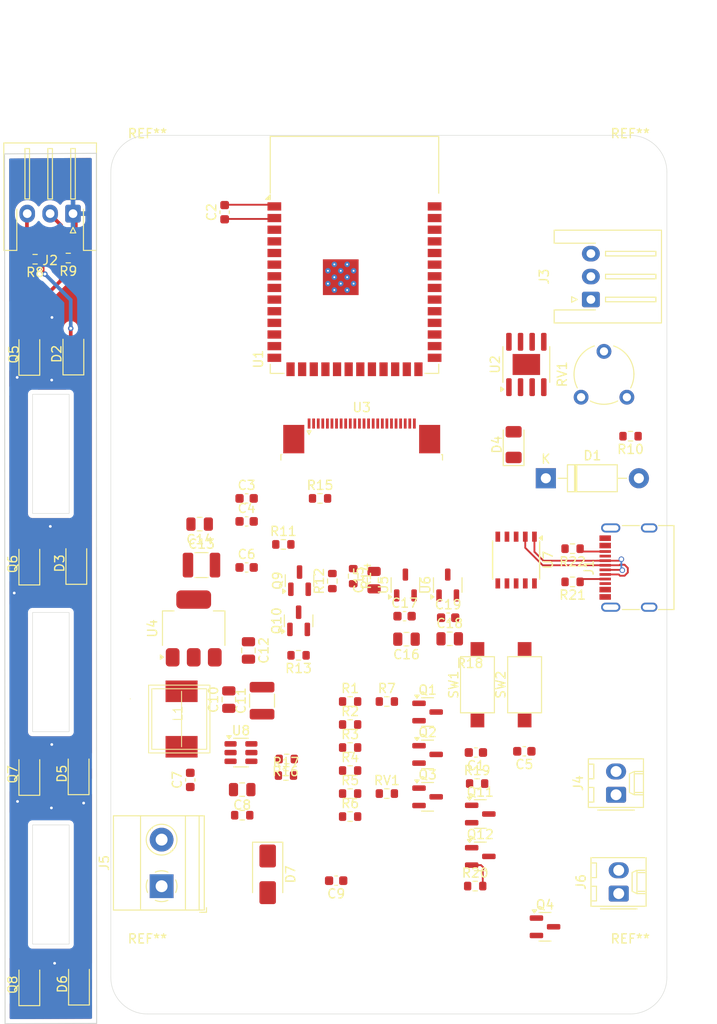
<source format=kicad_pcb>
(kicad_pcb (version 20240108) (generator "pcbnew") (generator_version "8.0")
  (layers (0 "F.Cu" signal) (31 "B.Cu" signal) (34 "B.Paste" user) (35 "F.Paste" user) (36 "B.SilkS" user "B.Silkscreen") (37 "F.SilkS" user "F.Silkscreen") (38 "B.Mask" user) (39 "F.Mask" user) (44 "Edge.Cuts" user))
  (net 0 "")
  (net 1 "GND")
  (net 2 "Net-(U7-V3)")
  (net 3 "+12V")
  (net 4 "Net-(D1-A)")
  (net 5 "+5V")
  (net 6 "Net-(D7-A)")
  (net 7 "D-")
  (net 8 "Net-(J1-CC1)")
  (net 10 "D+")
  (net 12 "Net-(J1-CC2)")
  (net 13 "Net-(Q1-B)")
  (net 14 "Net-(Q2-B)")
  (net 15 "Net-(J6-Pin_2)")
  (net 16 "Net-(Q3-B)")
  (net 17 "Net-(Q3-E)")
  (net 18 "Net-(Q3-C)")
  (net 19 "Net-(Q10-B)")
  (net 20 "Net-(Q10-C)")
  (net 21 "Net-(Q11-E)")
  (net 22 "Net-(Q11-B)")
  (net 23 "/MAIN MODULE/RESET")
  (net 24 "Net-(Q12-B)")
  (net 25 "/MAIN MODULE/BOOT")
  (net 26 "Net-(Q12-E)")
  (net 28 "/MAIN MODULE/CAM_PIN_VSYNC")
  (net 30 "/MAIN MODULE/CAM_PIN_SIOC")
  (net 32 "/MAIN MODULE/CAM_PIN_D6")
  (net 34 "/MAIN MODULE/BUZZER_CTRL")
  (net 37 "/MAIN MODULE/CAM_PIN_D5")
  (net 38 "/MAIN MODULE/CAM_PIN_XCLK")
  (net 39 "/MAIN MODULE/CAM_PIN_D0")
  (net 42 "/MAIN MODULE/CAM_PIN_D4")
  (net 43 "/MAIN MODULE/CAM_PIN_D7")
  (net 44 "/MAIN MODULE/CAM_PIN_D1")
  (net 46 "/MAIN MODULE/CAM_PIN_SIOD")
  (net 47 "+3V3")
  (net 48 "/MAIN MODULE/SER_EN")
  (net 51 "/MAIN MODULE/CAM_PIN_HREF")
  (net 53 "/MAIN MODULE/CAM_PIN_D2")
  (net 56 "/MAIN MODULE/CAM_PIN_D3")
  (net 57 "/MAIN MODULE/CAM_PIN_PCLK")
  (net 60 "/MAIN MODULE/SOLENOID_CTRL")
  (net 61 "/MAIN MODULE/CAM_PIN_PWDN")
  (net 62 "/MAIN MODULE/PWM")
  (net 63 "Net-(R10-Pad1)")
  (net 68 "Net-(U2B--)")
  (net 69 "Net-(U3-PWDN)")
  (net 70 "+2V8")
  (net 71 "+1V2")
  (net 72 "/MAIN MODULE/CAM_RST")
  (net 76 "Net-(Q9-S)")
  (net 77 "Net-(Q9-D)")
  (net 79 "USB_RX")
  (net 80 "USB_TX")
  (net 81 "VCC")
  (net 82 "Net-(U8-BS)")
  (net 83 "Net-(U8-FB)")
  (net 84 "Net-(U8-SW)")
  (net 85 "Net-(U8-EN)")
  (net 86 "/Relay + Light/SOLENOID_CTRL")
  (net 87 "/Relay + Light/BUZZER_CTRL")
  (net 88 "/Relay + Light/SER_EN")
  (net 89 "Net-(D2-A)")
  (net 90 "Net-(D4-A)")
  (net 91 "Net-(Q9-G)")
  (net 92 "+5P")
  (net 93 "+5VA")
  (net 94 "/Relay + Light/Sensor")
  (net 95 "GND1")
  (net 96 "Sensor_In")
  (footprint "Connector_USB:USB_C_Receptacle_G-Switch_GT-USB-7010ASV" (layer "F.Cu") (at 177.86 67.96 90)
    (property "Reference" "J1")
    (property "Value" "USB_C_Receptacle_USB2.0_16P")
  )
  (footprint "Connector_Molex:Molex_KK-254_AE-6410-02A_1x02_P2.54mm_Vertical" (layer "F.Cu") (at 175.32 92.74 90)
    (property "Reference" "J4")
    (property "Value" "SOLENOID")
  )
  (footprint "Resistor_SMD:R_0603_1608Metric" (layer "F.Cu") (at 170.57 65.9 180)
    (property "Reference" "R22")
    (property "Value" "4k7")
  )
  (footprint "Connector_JST:JST_XH_S3B-XH-A-1_1x03_P2.50mm_Horizontal" (layer "F.Cu") (at 116.01 29.356667 180)
    (property "Reference" "J2")
    (property "Value" "Conn_01x03")
  )
  (footprint "Capacitor_SMD:C_0603_1608Metric" (layer "F.Cu") (at 134.97 67.945)
    (property "Reference" "C6")
    (property "Value" "100nF")
  )
  (footprint "Capacitor_SMD:C_0603_1608Metric" (layer "F.Cu") (at 156.98 73.43)
    (property "Reference" "C19")
    (property "Value" "0.1uF")
  )
  (footprint "Package_TO_SOT_SMD:SOT-23" (layer "F.Cu") (at 140.65 73.7675 90)
    (property "Reference" "Q10")
    (property "Value" "MMBT3904")
  )
  (footprint "Resistor_SMD:R_0603_1608Metric" (layer "F.Cu") (at 115.49 34.2 180)
    (property "Reference" "R9")
    (property "Value" "10K")
  )
  (footprint "Resistor_SMD:R_0603_1608Metric" (layer "F.Cu") (at 134.49 94.97)
    (property "Reference" "R18")
    (property "Value" "200K")
  )
  (footprint "Resistor_SMD:R_0603_1608Metric" (layer "F.Cu") (at 139.35 88.84 180)
    (property "Reference" "R16")
    (property "Value" "18K")
  )
  (footprint "Capacitor_SMD:C_0603_1608Metric" (layer "F.Cu") (at 134.97 60.415)
    (property "Reference" "C3")
    (property "Value" "100nF")
  )
  (footprint "Package_TO_SOT_SMD:SOT-23" (layer "F.Cu") (at 154.735 92.965)
    (property "Reference" "Q3")
    (property "Value" "MMBT3904")
  )
  (footprint "Package_TO_SOT_SMD:SOT-23-6" (layer "F.Cu") (at 134.3525 88.14)
    (property "Reference" "U8")
    (property "Value" "MT1470")
  )
  (footprint "Resistor_SMD:R_0603_1608Metric" (layer "F.Cu") (at 146.61 68.9 -90)
    (property "Reference" "R14")
    (property "Value" "10K")
  )
  (footprint "Capacitor_SMD:C_1210_3225Metric" (layer "F.Cu") (at 136.655 82.48 90)
    (property "Reference" "C11")
    (property "Value" "100uF")
  )
  (footprint "Package_TO_SOT_SMD:SOT-23-3" (layer "F.Cu") (at 152.31 69.8625 90)
    (property "Reference" "U5")
    (property "Value" "XC6206P282MR ")
  )
  (footprint "Capacitor_SMD:C_0603_1608Metric" (layer "F.Cu") (at 165.3 88 180)
    (property "Reference" "C5")
    (property "Value" "100nF")
  )
  (footprint "Capacitor_SMD:C_1210_3225Metric" (layer "F.Cu") (at 130.04 67.69)
    (property "Reference" "C13")
    (property "Value" "100uF")
  )
  (footprint "Package_TO_SOT_SMD:SOT-23" (layer "F.Cu") (at 140.75 69.3875 90)
    (property "Reference" "Q9")
    (property "Value" "PMOS")
  )
  (footprint "Resistor_SMD:R_0603_1608Metric" (layer "F.Cu") (at 146.275 85.08)
    (property "Reference" "R2")
    (property "Value" "1K")
  )
  (footprint "MountingHole:MountingHole_3.2mm_M3" (layer "F.Cu") (at 124.14 112.65)
    (property "Reference" "REF**")
    (property "Value" "MountingHole_3.2mm_M3")
  )
  (footprint "Resistor_SMD:R_0603_1608Metric" (layer "F.Cu") (at 146.275 82.57)
    (property "Reference" "R1")
    (property "Value" "2K")
  )
  (footprint "TerminalBlock_Phoenix:TerminalBlock_Phoenix_MKDS-1,5-2-5.08_1x02_P5.08mm_Horizontal" (layer "F.Cu") (at 125.685 102.715 90)
    (property "Reference" "J5")
    (property "Value" "Input_Voltage")
  )
  (footprint "Resistor_SMD:R_0603_1608Metric" (layer "F.Cu") (at 140.64 77.53 180)
    (property "Reference" "R13")
    (property "Value" "1K")
  )
  (footprint "Capacitor_SMD:C_0603_1608Metric" (layer "F.Cu") (at 128.815 91.12 90)
    (property "Reference" "C7")
    (property "Value" "100nF")
  )
  (footprint "LED_SMD:LED_1206_3216Metric" (layer "F.Cu") (at 116.05 44.66 90)
    (property "Reference" "D2")
    (property "Value" "LED")
  )
  (footprint "Resistor_SMD:R_0603_1608Metric" (layer "F.Cu") (at 170.57 69.52 180)
    (property "Reference" "R21")
    (property "Value" "4k7")
  )
  (footprint "Package_TO_SOT_SMD:SOT-23" (layer "F.Cu") (at 160.4875 94.84)
    (property "Reference" "Q11")
    (property "Value" "MMBT3904")
  )
  (footprint "Connector_FFC-FPC:TE_2-1734839-4_1x24-1MP_P0.5mm_Horizontal" (layer "F.Cu") (at 147.54 53.6)
    (property "Reference" "U3")
    (property "Value" "CAM_CONNECTOR ")
  )
  (footprint "Capacitor_SMD:C_0805_2012Metric" (layer "F.Cu") (at 148.89 69.33 90)
    (property "Reference" "C15")
    (property "Value" "10uF")
  )
  (footprint "Resistor_SMD:R_0603_1608Metric" (layer "F.Cu") (at 160.145 91.52)
    (property "Reference" "R19")
    (property "Value" "10K")
  )
  (footprint "Package_TO_SOT_SMD:SOT-23" (layer "F.Cu") (at 167.56 107.14)
    (property "Reference" "Q4")
    (property "Value" "PMOS")
  )
  (footprint "Resistor_SMD:R_0603_1608Metric" (layer "F.Cu") (at 176.9 53.63 180)
    (property "Reference" "R10")
    (property "Value" "220")
  )
  (footprint "Capacitor_SMD:C_0805_2012Metric" (layer "F.Cu") (at 133.025 82.36 90)
    (property "Reference" "C10")
    (property "Value" "22uF")
  )
  (footprint "Capacitor_SMD:C_0805_2012Metric" (layer "F.Cu") (at 134.485 92.18 180)
    (property "Reference" "C8")
    (property "Value" "22uF")
  )
  (footprint "MountingHole:MountingHole_3.2mm_M3" (layer "F.Cu") (at 176.87 24.82)
    (property "Reference" "REF**")
    (property "Value" "MountingHole_3.2mm_M3")
  )
  (footprint "Button_Switch_SMD:SW_SPST_CK_RS282G05A3" (layer "F.Cu") (at 160.18 80.74 90)
    (property "Reference" "SW1")
    (property "Value" "SW_Boot")
  )
  (footprint "LED_SMD:LED_1206_3216Metric" (layer "F.Cu") (at 111.24 67.57 90)
    (property "Reference" "Q6")
    (property "Value" "KPS-3227")
  )
  (footprint "Capacitor_SMD:C_0805_2012Metric" (layer "F.Cu") (at 157.15 75.73)
    (property "Reference" "C18")
    (property "Value" "10uF")
  )
  (footprint "Capacitor_SMD:C_0603_1608Metric" (layer "F.Cu") (at 152.22 73.26)
    (property "Reference" "C17")
    (property "Value" "0.1uF")
  )
  (footprint "MountingHole:MountingHole_3.2mm_M3" (layer "F.Cu") (at 176.87 112.65)
    (property "Reference" "REF**")
    (property "Value" "MountingHole_3.2mm_M3")
  )
  (footprint "Connector_Molex:Molex_KK-254_AE-6410-02A_1x02_P2.54mm_Vertical" (layer "F.Cu") (at 175.61 103.52 90)
    (property "Reference" "J6")
    (property "Value" "BUZZER")
  )
  (footprint "Package_TO_SOT_SMD:SOT-23" (layer "F.Cu") (at 154.735 83.715)
    (property "Reference" "Q1")
    (property "Value" "MMBT3904")
  )
  (footprint "Resistor_SMD:R_0603_1608Metric" (layer "F.Cu") (at 111.87 34.33 180)
    (property "Reference" "R8")
    (property "Value" "220")
  )
  (footprint "Capacitor_SMD:C_0603_1608Metric" (layer "F.Cu") (at 160.01 88.13 180)
    (property "Reference" "C1")
    (property "Value" "100nF")
  )
  (footprint "Resistor_SMD:R_0603_1608Metric" (layer "F.Cu") (at 150.285 82.57)
    (property "Reference" "R7")
    (property "Value" "1M")
  )
  (footprint "Package_TO_SOT_SMD:SOT-223-3_TabPin2" (layer "F.Cu") (at 129.19 74.6 90)
    (property "Reference" "U4")
    (property "Value" "AMS1117-3.3")
  )
  (footprint "RF_Module:ESP32-S3-WROOM-1" (layer "F.Cu") (at 146.75 33.83)
    (property "Reference" "U1")
    (property "Value" "ESP32-S3-WROOM-1")
  )
  (footprint "Capacitor_SMD:C_0805_2012Metric" (layer "F.Cu") (at 129.84 63.22 180)
    (property "Reference" "C14")
    (property "Value" "10uF")
  )
  (footprint "LED_SMD:LED_1206_3216Metric" (layer "F.Cu") (at 116.37 67.5 90)
    (property "Reference" "D3")
    (property "Value" "LED")
  )
  (footprint "Resistor_SMD:R_0603_1608Metric" (layer "F.Cu") (at 144.33 69.435 90)
    (property "Reference" "R12")
    (property "Value" "1M")
  )
  (footprint "LED_SMD:LED_1206_3216Metric" (layer "F.Cu") (at 116.66 113.386667 90)
    (property "Reference" "D6")
    (property "Value" "LED")
  )
  (footprint "LED_SMD:LED_1206_3216Metric" (layer "F.Cu") (at 111.24 90.513333 90)
    (property "Reference" "Q7")
    (property "Value" "KPS-3227")
  )
  (footprint "Diode_SMD:D_SMA" (layer "F.Cu") (at 137.27 101.42 -90)
    (property "Reference" "D7")
    (property "Value" "SS14")
  )
  (footprint "Button_Switch_SMD:SW_SPST_CK_RS282G05A3" (layer "F.Cu") (at 165.33 80.74 90)
    (property "Reference" "SW2")
    (property "Value" "SW_Reset")
  )
  (footprint "Diode_THT:D_DO-41_SOD81_P10.16mm_Horizontal" (layer "F.Cu") (at 167.65 58.22)
    (property "Reference" "D1")
    (property "Value" "1N4007")
  )
  (footprint "Resistor_SMD:R_0603_1608Metric" (layer "F.Cu") (at 142.99 60.415)
    (property "Reference" "R15")
    (property "Value" "10K")
  )
  (footprint "LED_SMD:LED_1206_3216Metric" (layer "F.Cu") (at 111.24 113.456667 90)
    (property "Reference" "Q8")
    (property "Value" "KPS-3227")
  )
  (footprint "Resistor_SMD:R_0603_1608Metric" (layer "F.Cu") (at 146.275 90.1)
    (property "Reference" "R4")
    (property "Value" "1K")
  )
  (footprint "Capacitor_SMD:C_0603_1608Metric" (layer "F.Cu") (at 144.75 102.11 180)
    (property "Reference" "C9")
    (property "Value" "100nF/16v")
  )
  (footprint "LED_SMD:LED_1206_3216Metric" (layer "F.Cu") (at 111.24 44.7 90)
    (property "Reference" "Q5")
    (property "Value" "KPS-3227")
  )
  (footprint "Package_TO_SOT_SMD:SOT-23-3" (layer "F.Cu") (at 156.935 69.8625 90)
    (property "Reference" "U6")
    (property "Value" "XC6206P282MR ")
  )
  (footprint "LED_SMD:LED_1206_3216Metric" (layer "F.Cu") (at 116.62 90.443333 90)
    (property "Reference" "D5")
    (property "Value" "LED")
  )
  (footprint "Resistor_SMD:R_0603_1608Metric" (layer "F.Cu") (at 139.265 90.64)
    (property "Reference" "R17")
    (property "Value" "3.3k")
  )
  (footprint "TDLOGY_Footprint:0603_R100" (layer "F.Cu") (at 127.965 83.88 90)
    (property "Reference" "L1")
    (property "Value" "10uH")
  )
  (footprint "Resistor_SMD:R_0603_1608Metric" (layer "F.Cu") (at 159.935 102.7)
    (property "Reference" "R20")
    (property "Value" "10K")
  )
  (footprint "LED_SMD:LED_1206_3216Metric" (layer "F.Cu") (at 164.13 54.55 90)
    (property "Reference" "D4")
    (property "Value" "LED")
  )
  (footprint "Capacitor_SMD:C_0805_2012Metric" (layer "F.Cu") (at 152.43 75.77 180)
    (property "Reference" "C16")
    (property "Value" "10uF")
  )
  (footprint "Package_TO_SOT_SMD:SOT-23" (layer "F.Cu") (at 154.735 88.34)
    (property "Reference" "Q2")
    (property "Value" "MMBT3904")
  )
  (footprint "Resistor_SMD:R_0603_1608Metric" (layer "F.Cu") (at 138.98 65.435)
    (property "Reference" "R11")
    (property "Value" "10K")
  )
  (footprint "Package_TO_SOT_SMD:SOT-23" (layer "F.Cu") (at 160.4875 99.465)
    (property "Reference" "Q12")
    (property "Value" "MMBT3904")
  )
  (footprint "Resistor_SMD:R_0603_1608Metric" (layer "F.Cu") (at 146.275 92.61)
    (property "Reference" "R5")
    (property "Value" "1K")
  )
  (footprint "Resistor_SMD:R_0603_1608Metric" (layer "F.Cu") (at 146.275 87.59)
    (property "Reference" "R3")
    (property "Value" "1K")
  )
  (footprint "Capacitor_SMD:C_0805_2012Metric" (layer "F.Cu") (at 135.17 77 -90)
    (property "Reference" "C12")
    (property "Value" "22uF")
  )
  (footprint "Package_SO:SSOP-10_3.9x4.9mm_P1.00mm" (layer "F.Cu") (at 164.404041 67.14 -90)
    (property "Reference" "U7")
    (property "Value" "CH340K")
  )
  (footprint "Potentiometer_THT:Potentiometer_Piher_PT-6-V_Vertical" (layer "F.Cu") (at 176.5 49.38 90)
    (property "Reference" "RV1")
    (property "Value" "10K")
  )
  (footprint "Resistor_SMD:R_0603_1608Metric" (layer "F.Cu") (at 150.285 92.61)
    (property "Reference" "RV1")
    (property "Value" "10K")
  )
  (footprint "Connector_JST:JST_XH_S3B-XH-A-1_1x03_P2.50mm_Horizontal" (layer "F.Cu") (at 172.57 38.72 90)
    (property "Reference" "J3")
    (property "Value" "Conn_01x03")
  )
  (footprint "Resistor_SMD:R_0603_1608Metric" (layer "F.Cu") (at 146.275 95.12)
    (property "Reference" "R6")
    (property "Value" "10K")
  )
  (footprint "Capacitor_SMD:C_0603_1608Metric" (layer "F.Cu") (at 134.97 62.925)
    (property "Reference" "C4")
    (property "Value" "15pF")
  )
  (footprint "MountingHole:MountingHole_3.2mm_M3" (layer "F.Cu") (at 124.14 24.82)
    (property "Reference" "REF**")
    (property "Value" "MountingHole_3.2mm_M3")
  )
  (footprint "Package_SO:SOIC-8-1EP_3.9x4.9mm_P1.27mm_EP2.29x3mm" (layer "F.Cu") (at 165.52 45.81 90)
    (property "Reference" "U2")
    (property "Value" "LM358_DFN")
  )
  (footprint "Capacitor_SMD:C_0603_1608Metric" (layer "F.Cu") (at 132.57 29.2 90)
    (property "Reference" "C2")
    (property "Value" "100nF")
  )
  (gr_arc (start 180.87 112.65) (mid 179.698427 115.478427) (end 176.87 116.65) (stroke (width 0.05)) (layer "Edge.Cuts"))
  (gr_rect (start 111.59 96.03) (end 115.59 109.03) (stroke (width 0.05)) (fill none) (layer "Edge.Cuts"))
  (gr_arc (start 120.14 24.82) (mid 121.311573 21.991573) (end 124.14 20.82) (stroke (width 0.05)) (layer "Edge.Cuts"))
  (gr_rect (start 111.59 49.06) (end 115.59 62.06) (stroke (width 0.05)) (fill none) (layer "Edge.Cuts"))
  (gr_arc (start 176.87 20.82) (mid 179.698427 21.991573) (end 180.87 24.82) (stroke (width 0.05)) (layer "Edge.Cuts"))
  (gr_line (start 120.14 112.65) (end 120.14 24.82) (stroke (width 0.05)) (layer "Edge.Cuts"))
  (gr_arc (start 124.14 116.65) (mid 121.311573 115.478427) (end 120.14 112.65) (stroke (width 0.05)) (layer "Edge.Cuts"))
  (gr_line (start 108.59 117.71) (end 118.59 117.68) (stroke (width 0.1)) (layer "Edge.Cuts"))
  (gr_line (start 108.53 22.84) (end 118.56 22.775) (stroke (width 0.1)) (layer "Edge.Cuts"))
  (gr_line (start 124.14 20.82) (end 176.87 20.82) (stroke (width 0.05)) (layer "Edge.Cuts"))
  (gr_line (start 180.87 24.82) (end 180.87 112.65) (stroke (width 0.05)) (layer "Edge.Cuts"))
  (gr_line (start 118.56 22.775) (end 118.59 117.68) (stroke (width 0.1)) (layer "Edge.Cuts"))
  (gr_line (start 176.87 116.65) (end 124.14 116.65) (stroke (width 0.05)) (layer "Edge.Cuts"))
  (gr_rect (start 111.59 72.86) (end 115.59 85.86) (stroke (width 0.05)) (fill none) (layer "Edge.Cuts"))
  (gr_line (start 108.53 22.84) (end 108.59 117.71) (stroke (width 0.1)) (layer "Edge.Cuts"))
  (segment (start 137.815 28.385) (end 138 28.57) (width 0.2) (layer "F.Cu") (net 1))
  (segment (start 132.61 28.385) (end 137.815 28.385) (width 0.2) (layer "F.Cu") (net 1))
  (segment (start 132.57 28.425) (end 132.61 28.385) (width 0.2) (layer "F.Cu") (net 1))
  (segment (start 174.135 68.71) (end 175.611471 68.71) (width 0.2) (layer "F.Cu") (net 7))
  (segment (start 175.611471 68.71) (end 175.751471 68.85) (width 0.2) (layer "F.Cu") (net 7))
  (segment (start 175.751471 68.85) (end 176.248529 68.85) (width 0.2) (layer "F.Cu") (net 7))
  (segment (start 176.6 68.498529) (end 176.6 68.001471) (width 0.2) (layer "F.Cu") (net 7))
  (segment (start 176.248529 67.65) (end 175.751471 67.65) (width 0.2) (layer "F.Cu") (net 7))
  (segment (start 165.404041 65.804041) (end 165.404041 64.59) (width 0.2) (layer "F.Cu") (net 7))
  (segment (start 176.6 68.001471) (end 176.248529 67.65) (width 0.2) (layer "F.Cu") (net 7))
  (segment (start 176.248529 68.85) (end 176.6 68.498529) (width 0.2) (layer "F.Cu") (net 7))
  (segment (start 175.751471 67.65) (end 175.691471 67.71) (width 0.2) (layer "F.Cu") (net 7))
  (segment (start 167.31 67.71) (end 166.615 67.015) (width 0.2) (layer "F.Cu") (net 7))
  (segment (start 175.691471 67.71) (end 174.135 67.71) (width 0.2) (layer "F.Cu") (net 7))
  (segment (start 174.135 67.71) (end 167.31 67.71) (width 0.2) (layer "F.Cu") (net 7))
  (segment (start 166.615 67.015) (end 165.404041 65.804041) (width 0.2) (layer "F.Cu") (net 7))
  (segment (start 174.135 69.21) (end 171.715 69.21) (width 0.2) (layer "F.Cu") (net 8))
  (segment (start 171.715 69.21) (end 171.405 69.52) (width 0.2) (layer "F.Cu") (net 8))
  (segment (start 174.135 67.21) (end 175.738097 67.21) (width 0.2) (layer "F.Cu") (net 10))
  (segment (start 175.12 68.21) (end 175.96 68.21) (width 0.2) (layer "F.Cu") (net 10))
  (segment (start 175.738097 67.21) (end 175.898097 67.05) (width 0.2) (layer "F.Cu") (net 10))
  (segment (start 174.135 67.21) (end 167.375686 67.21) (width 0.2) (layer "F.Cu") (net 10))
  (segment (start 167.375686 67.21) (end 166.404041 66.238355) (width 0.2) (layer "F.Cu") (net 10))
  (segment (start 174.135 68.21) (end 175.12 68.21) (width 0.2) (layer "F.Cu") (net 10))
  (segment (start 166.404041 66.238355) (end 166.404041 64.59) (width 0.2) (layer "F.Cu") (net 10))
  (segment (start 174.135 67.21) (end 173.2175 67.21) (width 0.2) (layer "F.Cu") (net 10))
  (segment (start 175.96 68.21) (end 176 68.25) (width 0.2) (layer "F.Cu") (net 10))
  (via (at 176 68.25) (size 0.6) (drill 0.4) (layers "F.Cu" "B.Cu") (net 10))
  (via (at 175.898097 67.05) (size 0.6) (drill 0.4) (layers "F.Cu" "B.Cu") (net 10))
  (segment (start 175.898097 68.148097) (end 176 68.25) (width 0.2) (layer "B.Cu") (net 10))
  (segment (start 175.898097 67.05) (end 175.898097 68.148097) (width 0.2) (layer "B.Cu") (net 10))
  (segment (start 174.135 66.21) (end 171.705 66.21) (width 0.2) (layer "F.Cu") (net 12))
  (segment (start 171.705 66.21) (end 171.395 65.9) (width 0.2) (layer "F.Cu") (net 12))
  (segment (start 160.57 100.415) (end 160.905 100.75) (width 0.2) (layer "F.Cu") (net 26))
  (segment (start 160.76 100.895) (end 160.76 102.7) (width 0.2) (layer "F.Cu") (net 26))
  (segment (start 160.905 100.75) (end 160.76 100.895) (width 0.2) (layer "F.Cu") (net 26))
  (segment (start 159.55 100.415) (end 160.57 100.415) (width 0.2) (layer "F.Cu") (net 26))
  (segment (start 132.57 29.975) (end 132.61 29.935) (width 0.2) (layer "F.Cu") (net 47))
  (segment (start 137.905 29.935) (end 138 29.84) (width 0.2) (layer "F.Cu") (net 47))
  (segment (start 132.61 29.935) (end 137.905 29.935) (width 0.2) (layer "F.Cu") (net 47))
  (segment (start 115.091667 89.043333) (end 116.62 89.043333) (width 0.4) (layer "F.Cu") (net 89))
  (segment (start 114.29 89.845) (end 115.091667 89.043333) (width 0.4) (layer "F.Cu") (net 89))
  (segment (start 115.76 42.97) (end 116.05 43.26) (width 0.4) (layer "F.Cu") (net 89))
  (segment (start 114.97 43.26) (end 114.18 44.05) (width 0.4) (layer "F.Cu") (net 89))
  (segment (start 115.76 41.87) (end 115.76 42.97) (width 0.4) (layer "F.Cu") (net 89))
  (segment (start 116.37 66.1) (end 115.08 66.1) (width 0.4) (layer "F.Cu") (net 89))
  (segment (start 114.18 46.23) (end 116.37 48.42) (width 0.4) (layer "F.Cu") (net 89))
  (segment (start 116.37 48.42) (end 116.37 66.1) (width 0.4) (layer "F.Cu") (net 89))
  (segment (start 116.05 43.26) (end 114.97 43.26) (width 0.4) (layer "F.Cu") (net 89))
  (segment (start 114.29 92.61) (end 114.29 89.845) (width 0.4) (layer "F.Cu") (net 89))
  (segment (start 112.695 34.33) (end 112.695 35.705) (width 0.4) (layer "F.Cu") (net 89))
  (segment (start 115.08 66.1) (end 114.23 66.95) (width 0.4) (layer "F.Cu") (net 89))
  (segment (start 114.18 44.05) (end 114.18 46.23) (width 0.4) (layer "F.Cu") (net 89))
  (segment (start 116.62 72.11) (end 116.62 89.043333) (width 0.4) (layer "F.Cu") (net 89))
  (segment (start 114.23 69.72) (end 116.62 72.11) (width 0.4) (layer "F.Cu") (net 89))
  (segment (start 116.66 111.986667) (end 116.66 94.98) (width 0.4) (layer "F.Cu") (net 89))
  (segment (start 116.66 94.98) (end 114.29 92.61) (width 0.4) (layer "F.Cu") (net 89))
  (segment (start 112.695 35.705) (end 112.94 35.95) (width 0.4) (layer "F.Cu") (net 89))
  (segment (start 114.23 66.95) (end 114.23 69.72) (width 0.4) (layer "F.Cu") (net 89))
  (via (at 112.94 35.95) (size 0.6) (drill 0.3) (layers "F.Cu" "B.Cu") (net 89))
  (via (at 115.76 41.87) (size 0.6) (drill 0.3) (layers "F.Cu" "B.Cu") (net 89))
  (segment (start 112.94 35.95) (end 115.76 38.77) (width 0.4) (layer "B.Cu") (net 89))
  (segment (start 115.76 38.77) (end 115.76 41.87) (width 0.4) (layer "B.Cu") (net 89))
  (segment (start 109.29 45.46) (end 109.93 46.1) (width 0.4) (layer "F.Cu") (net 93))
  (segment (start 109.287804 110.628863) (end 109.287804 114.484471) (width 0.4) (layer "F.Cu") (net 93))
  (segment (start 109.89 110.026667) (end 109.287804 110.628863) (width 0.4) (layer "F.Cu") (net 93))
  (segment (start 109.66 114.856667) (end 111.24 114.856667) (width 0.4) (layer "F.Cu") (net 93))
  (segment (start 109.89 95.08) (end 109.89 110.026667) (width 0.4) (layer "F.Cu") (net 93))
  (segment (start 111.24 47.28) (end 109.258807 49.261193) (width 0.4) (layer "F.Cu") (net 93))
  (segment (start 110.975 38.225) (end 109.29 39.91) (width 0.4) (layer "F.Cu") (net 93))
  (segment (start 111.24 71.07) (end 109.273318 73.036682) (width 0.4) (layer "F.Cu") (net 93))
  (segment (start 109.84 68.97) (end 111.24 68.97) (width 0.4) (layer "F.Cu") (net 93))
  (segment (start 111.24 93.73) (end 109.89 95.08) (width 0.4) (layer "F.Cu") (net 93))
  (segment (start 109.287804 114.484471) (end 109.66 114.856667) (width 0.4) (layer "F.Cu") (net 93))
  (segment (start 109.273318 73.036682) (end 109.273318 91.333318) (width 0.4) (layer "F.Cu") (net 93))
  (segment (start 109.29 39.91) (end 109.29 45.46) (width 0.4) (layer "F.Cu") (net 93))
  (segment (start 111.24 46.1) (end 111.24 47.28) (width 0.4) (layer "F.Cu") (net 93))
  (segment (start 109.93 46.1) (end 111.24 46.1) (width 0.4) (layer "F.Cu") (net 93))
  (segment (start 109.273318 91.333318) (end 109.853333 91.913333) (width 0.4) (layer "F.Cu") (net 93))
  (segment (start 109.853333 91.913333) (end 111.24 91.913333) (width 0.4) (layer "F.Cu") (net 93))
  (segment (start 110.975 29.435) (end 110.975 38.225) (width 0.4) (layer "F.Cu") (net 93))
  (segment (start 109.258807 68.388807) (end 109.84 68.97) (width 0.4) (layer "F.Cu") (net 93))
  (segment (start 109.258807 49.261193) (end 109.258807 68.388807) (width 0.4) (layer "F.Cu") (net 93))
  (segment (start 111.24 91.913333) (end 111.24 93.73) (width 0.4) (layer "F.Cu") (net 93))
  (segment (start 111.24 68.97) (end 111.24 71.07) (width 0.4) (layer "F.Cu") (net 93))
  (segment (start 109.949264 49.540736) (end 113.47 46.02) (width 0.4) (layer "F.Cu") (net 94))
  (segment (start 111.24 112.056667) (end 110.66 111.476667) (width 0.4) (layer "F.Cu") (net 94))
  (segment (start 114.69 30.61) (end 114.69 34.175) (width 0.4) (layer "F.Cu") (net 94))
  (segment (start 113.47 46.02) (end 113.47 43.93) (width 0.4) (layer "F.Cu") (net 94))
  (segment (start 113.63 69.36) (end 113.63 69.63) (width 0.4) (layer "F.Cu") (net 94))
  (segment (start 114.69 34.175) (end 114.665 34.2) (width 0.4) (layer "F.Cu") (net 94))
  (segment (start 111.24 64.62) (end 109.949264 63.329264) (width 0.4) (layer "F.Cu") (net 94))
  (segment (start 112.823333 89.113333) (end 111.24 89.113333) (width 0.4) (layer "F.Cu") (net 94))
  (segment (start 113.47 43.93) (end 112.84 43.3) (width 0.4) (layer "F.Cu") (net 94))
  (segment (start 113.63 66.93) (end 113.63 69.36) (width 0.4) (layer "F.Cu") (net 94))
  (segment (start 109.949264 63.329264) (end 109.949264 49.540736) (width 0.4) (layer "F.Cu") (net 94))
  (segment (start 111.13 72.13) (end 109.89 73.37) (width 0.4) (layer "F.Cu") (net 94))
  (segment (start 114.665 36.675) (end 111.24 40.1) (width 0.4) (layer "F.Cu") (net 94))
  (segment (start 113.515 29.435) (end 114.69 30.61) (width 0.4) (layer "F.Cu") (net 94))
  (segment (start 109.89 73.37) (end 109.89 86.44) (width 0.4) (layer "F.Cu") (net 94))
  (segment (start 113.63 69.63) (end 111.13 72.13) (width 0.4) (layer "F.Cu") (net 94))
  (segment (start 110.66 111.476667) (end 110.66 95.46) (width 0.4) (layer "F.Cu") (net 94))
  (segment (start 113.64 92.48) (end 113.64 89.93) (width 0.4) (layer "F.Cu") (net 94))
  (segment (start 111.24 66.17) (end 111.24 64.62) (width 0.4) (layer "F.Cu") (net 94))
  (segment (start 113.03 66.33) (end 113.63 66.93) (width 0.4) (layer "F.Cu") (net 94))
  (segment (start 111.24 40.1) (end 111.24 43.3) (width 0.4) (layer "F.Cu") (net 94))
  (segment (start 111.24 87.79) (end 109.89 86.44) (width 0.4) (layer "F.Cu") (net 94))
  (segment (start 112.84 43.3) (end 111.24 43.3) (width 0.4) (layer "F.Cu") (net 94))
  (segment (start 110.66 95.46) (end 113.64 92.48) (width 0.4) (layer "F.Cu") (net 94))
  (segment (start 111.24 89.113333) (end 111.24 87.79) (width 0.4) (layer "F.Cu") (net 94))
  (segment (start 113.64 89.93) (end 112.823333 89.113333) (width 0.4) (layer "F.Cu") (net 94))
  (segment (start 111.24 66.17) (end 112.87 66.17) (width 0.4) (layer "F.Cu") (net 94))
  (segment (start 114.665 34.2) (end 114.665 36.675) (width 0.4) (layer "F.Cu") (net 94))
  (segment (start 112.87 66.17) (end 113.03 66.33) (width 0.4) (layer "F.Cu") (net 94))
  (segment (start 116.315 34.2) (end 116.315 29.695) (width 0.4) (layer "F.Cu") (net 95))
  (segment (start 116.315 29.695) (end 116.055 29.435) (width 0.4) (layer "F.Cu") (net 95))
  (via (at 117.17 93.646667) (size 0.6) (drill 0.3) (layers "F.Cu" "B.Cu") (net 95))
  (via (at 114 111.12) (size 0.6) (drill 0.3) (layers "F.Cu" "B.Cu") (net 95))
  (via (at 109.95 93.47) (size 0.6) (drill 0.3) (layers "F.Cu" "B.Cu") (net 95))
  (via (at 109.59 70.736667) (size 0.6) (drill 0.3) (layers "F.Cu" "B.Cu") (net 95))
  (via (at 109.91 47.216667) (size 0.6) (drill 0.3) (layers "F.Cu" "B.Cu") (net 95))
  (via (at 113.65 94.176667) (size 0.6) (drill 0.3) (layers "F.Cu" "B.Cu") (net 95))
  (via (at 113.53 63.47) (size 0.6) (drill 0.3) (layers "F.Cu" "B.Cu") (net 95))
  (via (at 113.69 87.26) (size 0.6) (drill 0.3) (layers "F.Cu" "B.Cu") (net 95))
  (via (at 113.68 47.51) (size 0.6) (drill 0.3) (layers "F.Cu" "B.Cu") (net 95))
  (via (at 113.71 40.68) (size 0.6) (drill 0.3) (layers "F.Cu" "B.Cu") (net 95))
  (zone (net 95) (net_name "GND1") (layers "F&B.Cu") (connect_pads (clearance 0.5)) (min_thickness 0.25) (fill yes (thermal_gap 0.5) (thermal_bridge_width 0.5))
    (polygon (pts (xy 108.53 22.78) (xy 118.55 22.78) (xy 118.58 22.81) (xy 118.58 117.7) (xy 118.56 117.72) (xy 108.59 117.72) (xy 108.53 117.66)))
  )
)
</source>
